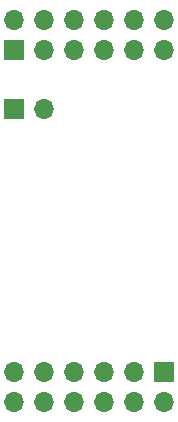
<source format=gbr>
%TF.GenerationSoftware,KiCad,Pcbnew,7.0.5*%
%TF.CreationDate,2023-06-02T12:39:08-04:00*%
%TF.ProjectId,MCU,4d43552e-6b69-4636-9164-5f7063625858,rev?*%
%TF.SameCoordinates,Original*%
%TF.FileFunction,Soldermask,Bot*%
%TF.FilePolarity,Negative*%
%FSLAX46Y46*%
G04 Gerber Fmt 4.6, Leading zero omitted, Abs format (unit mm)*
G04 Created by KiCad (PCBNEW 7.0.5) date 2023-06-02 12:39:08*
%MOMM*%
%LPD*%
G01*
G04 APERTURE LIST*
%ADD10R,1.700000X1.700000*%
%ADD11O,1.700000X1.700000*%
G04 APERTURE END LIST*
D10*
%TO.C,J4*%
X143810000Y-91510000D03*
D11*
X146350000Y-91510000D03*
%TD*%
D10*
%TO.C,J1*%
X143810000Y-86465599D03*
D11*
X143810000Y-83925599D03*
X146350000Y-86465599D03*
X146350000Y-83925599D03*
X148890000Y-86465599D03*
X148890000Y-83925599D03*
X151430000Y-86465599D03*
X151430000Y-83925599D03*
X153970000Y-86465599D03*
X153970000Y-83925599D03*
X156510000Y-86465599D03*
X156510000Y-83925599D03*
%TD*%
D10*
%TO.C,J2*%
X156510000Y-113743621D03*
D11*
X156510000Y-116283621D03*
X153970000Y-113743621D03*
X153970000Y-116283621D03*
X151430000Y-113743621D03*
X151430000Y-116283621D03*
X148890000Y-113743621D03*
X148890000Y-116283621D03*
X146350000Y-113743621D03*
X146350000Y-116283621D03*
X143810000Y-113743621D03*
X143810000Y-116283621D03*
%TD*%
M02*

</source>
